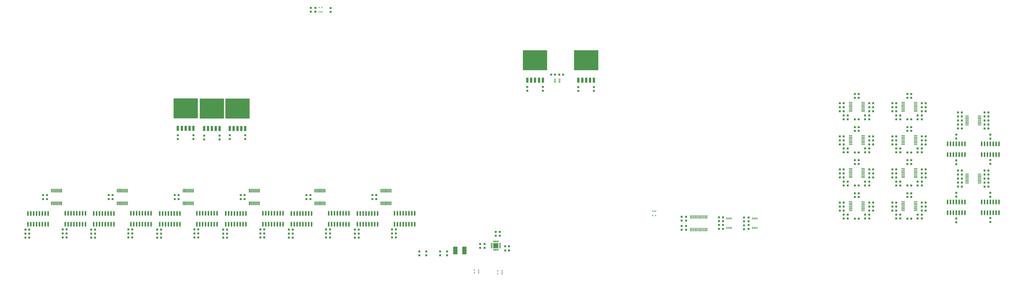
<source format=gbp>
G04*
G04 #@! TF.GenerationSoftware,Altium Limited,Altium Designer,18.1.6 (161)*
G04*
G04 Layer_Color=128*
%FSLAX25Y25*%
%MOIN*%
G70*
G01*
G75*
%ADD29R,0.03740X0.03740*%
%ADD30R,0.03740X0.03740*%
%ADD32R,0.07500X0.13500*%
%ADD35R,0.01654X0.03500*%
%ADD45O,0.02362X0.08661*%
%ADD53R,0.01181X0.06299*%
%ADD113R,0.01968X0.01575*%
%ADD114R,0.01575X0.01968*%
%ADD115R,0.04200X0.09000*%
%ADD116R,0.42000X0.35000*%
%ADD117R,0.06496X0.01181*%
%ADD118R,0.03347X0.01575*%
%ADD119R,0.09055X0.09055*%
%ADD120O,0.03740X0.01181*%
%ADD121O,0.01181X0.03740*%
%ADD122O,0.01181X0.06890*%
D29*
X1675347Y189500D02*
D03*
X1668653D02*
D03*
X1675347Y290500D02*
D03*
X1668653D02*
D03*
X1675347Y203500D02*
D03*
X1668653D02*
D03*
X1675347Y304500D02*
D03*
X1668653D02*
D03*
X1622654Y203500D02*
D03*
X1629346D02*
D03*
X1622654Y304500D02*
D03*
X1629346D02*
D03*
X1622654Y189500D02*
D03*
X1629346D02*
D03*
X1622654Y290500D02*
D03*
X1629346D02*
D03*
X844847Y71500D02*
D03*
X838153D02*
D03*
X844847Y79000D02*
D03*
X838153D02*
D03*
X1475663Y320500D02*
D03*
X1468970D02*
D03*
X1566663D02*
D03*
X1559970D02*
D03*
X1475663Y263000D02*
D03*
X1468970D02*
D03*
X1566663D02*
D03*
X1559970D02*
D03*
X1475663Y205500D02*
D03*
X1468970D02*
D03*
X1566663D02*
D03*
X1559970D02*
D03*
X1475663Y148000D02*
D03*
X1468970D02*
D03*
X1566663D02*
D03*
X1559970D02*
D03*
X1468970Y313500D02*
D03*
X1475663D02*
D03*
X1559970D02*
D03*
X1566663D02*
D03*
X1468970Y256000D02*
D03*
X1475663D02*
D03*
X1559970D02*
D03*
X1566663D02*
D03*
X1468970Y198500D02*
D03*
X1475663D02*
D03*
X1559970D02*
D03*
X1566663D02*
D03*
X1468970Y141000D02*
D03*
X1475663D02*
D03*
X1559970D02*
D03*
X1566663D02*
D03*
X1450663Y299500D02*
D03*
X1443970D02*
D03*
X1541663D02*
D03*
X1534970D02*
D03*
X1450663Y242000D02*
D03*
X1443970D02*
D03*
X1541663D02*
D03*
X1534970D02*
D03*
X1450663Y184500D02*
D03*
X1443970D02*
D03*
X1541663D02*
D03*
X1534970D02*
D03*
X1450663Y127000D02*
D03*
X1443970D02*
D03*
X1541663D02*
D03*
X1534970D02*
D03*
X1450663Y337000D02*
D03*
X1443970D02*
D03*
X1541663D02*
D03*
X1534970D02*
D03*
X1450663Y279500D02*
D03*
X1443970D02*
D03*
X1541663D02*
D03*
X1534970D02*
D03*
X1450663Y222000D02*
D03*
X1443970D02*
D03*
X1541663D02*
D03*
X1534970D02*
D03*
X1450663Y164500D02*
D03*
X1443970D02*
D03*
X1541663D02*
D03*
X1534970D02*
D03*
X1417970Y320500D02*
D03*
X1424663D02*
D03*
X1508970D02*
D03*
X1515663D02*
D03*
X1417970Y263000D02*
D03*
X1424663D02*
D03*
X1508970D02*
D03*
X1515663D02*
D03*
X1417970Y205500D02*
D03*
X1424663D02*
D03*
X1508970D02*
D03*
X1515663D02*
D03*
X1417970Y148000D02*
D03*
X1424663D02*
D03*
X1508970D02*
D03*
X1515663D02*
D03*
X1424663Y313500D02*
D03*
X1417970D02*
D03*
X1515663D02*
D03*
X1508970D02*
D03*
X1424663Y256000D02*
D03*
X1417970D02*
D03*
X1515663D02*
D03*
X1508970D02*
D03*
X1424663Y198500D02*
D03*
X1417970D02*
D03*
X1515663D02*
D03*
X1508970D02*
D03*
X1424663Y141000D02*
D03*
X1417970D02*
D03*
X1515663D02*
D03*
X1508970D02*
D03*
X1475663Y327500D02*
D03*
X1468970D02*
D03*
X1566663D02*
D03*
X1559970D02*
D03*
X1475663Y270000D02*
D03*
X1468970D02*
D03*
X1566663D02*
D03*
X1559970D02*
D03*
X1475663Y212500D02*
D03*
X1468970D02*
D03*
X1566663D02*
D03*
X1559970D02*
D03*
X1475663Y155000D02*
D03*
X1468970D02*
D03*
X1566663D02*
D03*
X1559970D02*
D03*
X1417970Y327500D02*
D03*
X1424663D02*
D03*
X1508970D02*
D03*
X1515663D02*
D03*
X1417970Y270000D02*
D03*
X1424663D02*
D03*
X1508970D02*
D03*
X1515663D02*
D03*
X1417970Y212500D02*
D03*
X1424663D02*
D03*
X1508970D02*
D03*
X1515663D02*
D03*
X1417970Y155000D02*
D03*
X1424663D02*
D03*
X1508970D02*
D03*
X1515663D02*
D03*
X1675347Y196500D02*
D03*
X1668653D02*
D03*
X1675347Y297500D02*
D03*
X1668653D02*
D03*
X1622654Y196500D02*
D03*
X1629346D02*
D03*
X1622654Y297500D02*
D03*
X1629346D02*
D03*
X1675347Y182500D02*
D03*
X1668653D02*
D03*
X1675347Y283500D02*
D03*
X1668653D02*
D03*
Y210500D02*
D03*
X1675347D02*
D03*
X1668653Y311500D02*
D03*
X1675347D02*
D03*
X1622654Y210500D02*
D03*
X1629346D02*
D03*
X1622654Y311500D02*
D03*
X1629346D02*
D03*
Y182500D02*
D03*
X1622654D02*
D03*
X1629346Y283500D02*
D03*
X1622654D02*
D03*
X71786Y94102D02*
D03*
X78479D02*
D03*
X185593D02*
D03*
X192286D02*
D03*
X299900D02*
D03*
X306593D02*
D03*
X414207D02*
D03*
X420900D02*
D03*
X528014D02*
D03*
X534707D02*
D03*
X642321D02*
D03*
X649014D02*
D03*
X7286Y94000D02*
D03*
X13979D02*
D03*
X121093D02*
D03*
X127786D02*
D03*
X235400D02*
D03*
X242093D02*
D03*
X349707D02*
D03*
X356400D02*
D03*
X463514D02*
D03*
X470207D02*
D03*
X577821D02*
D03*
X584514D02*
D03*
X71786Y101102D02*
D03*
X78479D02*
D03*
X185593D02*
D03*
X192286D02*
D03*
X299900D02*
D03*
X306593D02*
D03*
X414207D02*
D03*
X420900D02*
D03*
X528014D02*
D03*
X534707D02*
D03*
X642321D02*
D03*
X649014D02*
D03*
X7286Y101000D02*
D03*
X13979D02*
D03*
X121093D02*
D03*
X127786D02*
D03*
X235400D02*
D03*
X242093D02*
D03*
X349707D02*
D03*
X356400D02*
D03*
X463514D02*
D03*
X470207D02*
D03*
X577821D02*
D03*
X584514D02*
D03*
X71786Y108102D02*
D03*
X78479D02*
D03*
X185593D02*
D03*
X192286D02*
D03*
X299900D02*
D03*
X306593D02*
D03*
X414207D02*
D03*
X420900D02*
D03*
X528014D02*
D03*
X534707D02*
D03*
X642321D02*
D03*
X649014D02*
D03*
X7286Y108000D02*
D03*
X13979D02*
D03*
X121093D02*
D03*
X127786D02*
D03*
X235400D02*
D03*
X242093D02*
D03*
X349707D02*
D03*
X356400D02*
D03*
X463514D02*
D03*
X470207D02*
D03*
X577821D02*
D03*
X584514D02*
D03*
X37786Y168000D02*
D03*
X44479D02*
D03*
X151593D02*
D03*
X158286D02*
D03*
X265900D02*
D03*
X272593D02*
D03*
X380207D02*
D03*
X386900D02*
D03*
X494014D02*
D03*
X500707D02*
D03*
X608321D02*
D03*
X615014D02*
D03*
X37786Y161000D02*
D03*
X44479D02*
D03*
X151593D02*
D03*
X158286D02*
D03*
X265900D02*
D03*
X272593D02*
D03*
X380207D02*
D03*
X386900D02*
D03*
X494014D02*
D03*
X500707D02*
D03*
X608321D02*
D03*
X615014D02*
D03*
X917965Y377153D02*
D03*
X924658D02*
D03*
X938657D02*
D03*
X931965D02*
D03*
X1443970Y343500D02*
D03*
X1450663D02*
D03*
X1534970D02*
D03*
X1541663D02*
D03*
X1443970Y286000D02*
D03*
X1450663D02*
D03*
X1534970D02*
D03*
X1541663D02*
D03*
X1443970Y228500D02*
D03*
X1450663D02*
D03*
X1534970D02*
D03*
X1541663D02*
D03*
X1443970Y171000D02*
D03*
X1450663D02*
D03*
X1534970D02*
D03*
X1541663D02*
D03*
D30*
X829000Y103847D02*
D03*
Y97154D02*
D03*
X501400Y486654D02*
D03*
Y493347D02*
D03*
X535685Y486307D02*
D03*
Y493000D02*
D03*
X1461663Y299654D02*
D03*
Y306347D02*
D03*
X1552663Y299654D02*
D03*
Y306347D02*
D03*
X1461663Y242154D02*
D03*
Y248847D02*
D03*
X1552663Y242154D02*
D03*
Y248847D02*
D03*
X1461663Y184653D02*
D03*
Y191347D02*
D03*
X1552663Y184653D02*
D03*
Y191347D02*
D03*
X1461663Y127154D02*
D03*
Y133846D02*
D03*
X1552663Y127154D02*
D03*
Y133846D02*
D03*
X1424663Y299654D02*
D03*
Y306347D02*
D03*
X1515663Y299654D02*
D03*
Y306347D02*
D03*
X1424663Y242154D02*
D03*
Y248847D02*
D03*
X1515663Y242154D02*
D03*
Y248847D02*
D03*
X1424663Y184653D02*
D03*
Y191347D02*
D03*
X1515663Y184653D02*
D03*
Y191347D02*
D03*
X1424663Y127154D02*
D03*
Y133846D02*
D03*
X1515663Y127154D02*
D03*
Y133846D02*
D03*
X1678500Y121153D02*
D03*
Y127847D02*
D03*
Y222153D02*
D03*
Y228847D02*
D03*
Y171693D02*
D03*
Y165000D02*
D03*
Y272693D02*
D03*
Y266000D02*
D03*
X1619500Y120653D02*
D03*
Y127347D02*
D03*
Y221654D02*
D03*
Y228346D02*
D03*
Y171846D02*
D03*
Y165154D02*
D03*
Y272847D02*
D03*
Y266154D02*
D03*
X822000Y97154D02*
D03*
Y103847D02*
D03*
X795000Y76153D02*
D03*
Y82846D02*
D03*
X802500Y76153D02*
D03*
Y82846D02*
D03*
X991788Y348807D02*
D03*
Y355500D02*
D03*
X298141Y265154D02*
D03*
Y271847D02*
D03*
X964988Y348807D02*
D03*
Y355500D02*
D03*
X271341Y265154D02*
D03*
Y271847D02*
D03*
X316700Y264653D02*
D03*
Y271346D02*
D03*
X343500Y264653D02*
D03*
Y271346D02*
D03*
X876602Y349153D02*
D03*
Y355847D02*
D03*
X361197Y265307D02*
D03*
Y272000D02*
D03*
X903402Y349153D02*
D03*
Y355847D02*
D03*
X388000Y265307D02*
D03*
Y272000D02*
D03*
X1252000Y122153D02*
D03*
Y128847D02*
D03*
X1260000Y115847D02*
D03*
Y109153D02*
D03*
Y122153D02*
D03*
Y128847D02*
D03*
X1252000Y115347D02*
D03*
Y108653D02*
D03*
X1208500Y122653D02*
D03*
Y129347D02*
D03*
Y115847D02*
D03*
Y109153D02*
D03*
X1215500Y122653D02*
D03*
Y129347D02*
D03*
Y115847D02*
D03*
Y109153D02*
D03*
X1144000Y123653D02*
D03*
Y130347D02*
D03*
Y114347D02*
D03*
Y107653D02*
D03*
X1151500Y123653D02*
D03*
Y130347D02*
D03*
Y114347D02*
D03*
Y107653D02*
D03*
X737500Y69890D02*
D03*
Y63197D02*
D03*
X725500Y69890D02*
D03*
Y63197D02*
D03*
X701500Y69890D02*
D03*
Y63197D02*
D03*
X689500Y69890D02*
D03*
Y63197D02*
D03*
X509400Y493347D02*
D03*
Y486654D02*
D03*
X1468970Y306347D02*
D03*
Y299654D02*
D03*
X1559970Y306347D02*
D03*
Y299654D02*
D03*
X1468970Y248847D02*
D03*
Y242154D02*
D03*
X1559970Y248847D02*
D03*
Y242154D02*
D03*
X1468970Y191347D02*
D03*
Y184653D02*
D03*
X1559970Y191347D02*
D03*
Y184653D02*
D03*
X1468970Y133846D02*
D03*
Y127154D02*
D03*
X1559970Y133846D02*
D03*
Y127154D02*
D03*
X1431663Y306347D02*
D03*
Y299654D02*
D03*
X1522663Y306347D02*
D03*
Y299654D02*
D03*
X1431663Y248847D02*
D03*
Y242154D02*
D03*
X1522663Y248847D02*
D03*
Y242154D02*
D03*
X1431663Y191347D02*
D03*
Y184653D02*
D03*
X1522663Y191347D02*
D03*
Y184653D02*
D03*
X1431663Y133846D02*
D03*
Y127154D02*
D03*
X1522663Y133846D02*
D03*
Y127154D02*
D03*
D32*
X767500Y71500D02*
D03*
X752004D02*
D03*
D35*
X1266500Y127287D02*
D03*
Y110711D02*
D03*
X1269059D02*
D03*
X1271618D02*
D03*
X1274177D02*
D03*
X1269059Y127287D02*
D03*
X1271618D02*
D03*
X1274177D02*
D03*
X1222000D02*
D03*
Y110711D02*
D03*
X1224559D02*
D03*
X1227118D02*
D03*
X1229677D02*
D03*
X1224559Y127287D02*
D03*
X1227118D02*
D03*
X1229677D02*
D03*
D45*
X1634500Y238102D02*
D03*
X1629500D02*
D03*
X1624500D02*
D03*
X1619500D02*
D03*
X1614500D02*
D03*
X1609500D02*
D03*
X1604500D02*
D03*
X1634500Y257000D02*
D03*
X1629500D02*
D03*
X1624500D02*
D03*
X1619500D02*
D03*
X1614500D02*
D03*
X1609500D02*
D03*
X1604500D02*
D03*
X1634500Y137102D02*
D03*
X1629500D02*
D03*
X1624500D02*
D03*
X1619500D02*
D03*
X1614500D02*
D03*
X1609500D02*
D03*
X1604500D02*
D03*
X1634500Y156000D02*
D03*
X1629500D02*
D03*
X1624500D02*
D03*
X1619500D02*
D03*
X1614500D02*
D03*
X1609500D02*
D03*
X1604500D02*
D03*
X1693500Y238102D02*
D03*
X1688500D02*
D03*
X1683500D02*
D03*
X1678500D02*
D03*
X1673500D02*
D03*
X1668500D02*
D03*
X1663500D02*
D03*
X1693500Y257000D02*
D03*
X1688500D02*
D03*
X1683500D02*
D03*
X1678500D02*
D03*
X1673500D02*
D03*
X1668500D02*
D03*
X1663500D02*
D03*
X1693500Y137102D02*
D03*
X1688500D02*
D03*
X1683500D02*
D03*
X1678500D02*
D03*
X1673500D02*
D03*
X1668500D02*
D03*
X1663500D02*
D03*
X1693500Y156000D02*
D03*
X1688500D02*
D03*
X1683500D02*
D03*
X1678500D02*
D03*
X1673500D02*
D03*
X1668500D02*
D03*
X1663500D02*
D03*
X11632Y135949D02*
D03*
X16632D02*
D03*
X21632D02*
D03*
X26632D02*
D03*
X31632D02*
D03*
X36632D02*
D03*
X41632D02*
D03*
X46632D02*
D03*
X11632Y117051D02*
D03*
X16632D02*
D03*
X21632D02*
D03*
X26632D02*
D03*
X31632D02*
D03*
X36632D02*
D03*
X41632D02*
D03*
X46632D02*
D03*
X111132Y117205D02*
D03*
X106132D02*
D03*
X101132D02*
D03*
X96132D02*
D03*
X91132D02*
D03*
X86132D02*
D03*
X81132D02*
D03*
X76132D02*
D03*
X111132Y136102D02*
D03*
X106132D02*
D03*
X101132D02*
D03*
X96132D02*
D03*
X91132D02*
D03*
X86132D02*
D03*
X81132D02*
D03*
X76132D02*
D03*
X160439Y117051D02*
D03*
X155439D02*
D03*
X150439D02*
D03*
X145439D02*
D03*
X140439D02*
D03*
X135439D02*
D03*
X130439D02*
D03*
X125439D02*
D03*
X160439Y135949D02*
D03*
X155439D02*
D03*
X150439D02*
D03*
X145439D02*
D03*
X140439D02*
D03*
X135439D02*
D03*
X130439D02*
D03*
X125439D02*
D03*
X502861Y117051D02*
D03*
X497861D02*
D03*
X492861D02*
D03*
X487861D02*
D03*
X482861D02*
D03*
X477861D02*
D03*
X472861D02*
D03*
X467861D02*
D03*
X502861Y135949D02*
D03*
X497861D02*
D03*
X492861D02*
D03*
X487861D02*
D03*
X482861D02*
D03*
X477861D02*
D03*
X472861D02*
D03*
X467861D02*
D03*
X224939Y117205D02*
D03*
X219939D02*
D03*
X214939D02*
D03*
X209939D02*
D03*
X204939D02*
D03*
X199939D02*
D03*
X194939D02*
D03*
X189939D02*
D03*
X224939Y136102D02*
D03*
X219939D02*
D03*
X214939D02*
D03*
X209939D02*
D03*
X204939D02*
D03*
X199939D02*
D03*
X194939D02*
D03*
X189939D02*
D03*
X274746Y117051D02*
D03*
X269746D02*
D03*
X264746D02*
D03*
X259747D02*
D03*
X254747D02*
D03*
X249746D02*
D03*
X244746D02*
D03*
X239746D02*
D03*
X274746Y135949D02*
D03*
X269746D02*
D03*
X264746D02*
D03*
X259747D02*
D03*
X254747D02*
D03*
X249746D02*
D03*
X244746D02*
D03*
X239746D02*
D03*
X339247Y117205D02*
D03*
X334246D02*
D03*
X329246D02*
D03*
X324247D02*
D03*
X319247D02*
D03*
X314247D02*
D03*
X309246D02*
D03*
X304246D02*
D03*
X339247Y136102D02*
D03*
X334246D02*
D03*
X329246D02*
D03*
X324247D02*
D03*
X319247D02*
D03*
X314247D02*
D03*
X309246D02*
D03*
X304246D02*
D03*
X389054Y117051D02*
D03*
X384053D02*
D03*
X379053D02*
D03*
X374054D02*
D03*
X369054D02*
D03*
X364054D02*
D03*
X359053D02*
D03*
X354053D02*
D03*
X389054Y135949D02*
D03*
X384053D02*
D03*
X379053D02*
D03*
X374054D02*
D03*
X369054D02*
D03*
X364054D02*
D03*
X359053D02*
D03*
X354053D02*
D03*
X453553Y117205D02*
D03*
X448554D02*
D03*
X443553D02*
D03*
X438553D02*
D03*
X433554D02*
D03*
X428553D02*
D03*
X423554D02*
D03*
X418553D02*
D03*
X453553Y136102D02*
D03*
X448554D02*
D03*
X443553D02*
D03*
X438553D02*
D03*
X433554D02*
D03*
X428553D02*
D03*
X423554D02*
D03*
X418553D02*
D03*
X567361Y117205D02*
D03*
X562361D02*
D03*
X557361D02*
D03*
X552361D02*
D03*
X547361D02*
D03*
X542361D02*
D03*
X537361D02*
D03*
X532361D02*
D03*
X567361Y136102D02*
D03*
X562361D02*
D03*
X557361D02*
D03*
X552361D02*
D03*
X547361D02*
D03*
X542361D02*
D03*
X537361D02*
D03*
X532361D02*
D03*
X617168Y117051D02*
D03*
X612168D02*
D03*
X607168D02*
D03*
X602168D02*
D03*
X597168D02*
D03*
X592168D02*
D03*
X587168D02*
D03*
X582168D02*
D03*
X617168Y135949D02*
D03*
X612168D02*
D03*
X607168D02*
D03*
X602168D02*
D03*
X597168D02*
D03*
X592168D02*
D03*
X587168D02*
D03*
X582168D02*
D03*
X681668Y117205D02*
D03*
X676668D02*
D03*
X671668D02*
D03*
X666668D02*
D03*
X661668D02*
D03*
X656668D02*
D03*
X651668D02*
D03*
X646668D02*
D03*
X681668Y136102D02*
D03*
X676668D02*
D03*
X671668D02*
D03*
X666668D02*
D03*
X661668D02*
D03*
X656668D02*
D03*
X651668D02*
D03*
X646668D02*
D03*
D53*
X1159425Y130024D02*
D03*
X1161984D02*
D03*
X1164543D02*
D03*
X1167102D02*
D03*
X1169661D02*
D03*
X1172221D02*
D03*
X1174780D02*
D03*
X1177339D02*
D03*
X1179898D02*
D03*
X1182457D02*
D03*
X1185016D02*
D03*
X1187575D02*
D03*
X1159425Y107976D02*
D03*
X1161984D02*
D03*
X1164543D02*
D03*
X1167102D02*
D03*
X1169661D02*
D03*
X1172221D02*
D03*
X1174780D02*
D03*
X1177339D02*
D03*
X1179898D02*
D03*
X1182457D02*
D03*
X1185016D02*
D03*
X1187575D02*
D03*
D113*
X825260Y36059D02*
D03*
Y30941D02*
D03*
X832740Y36059D02*
D03*
Y33500D02*
D03*
Y30941D02*
D03*
X784760Y37559D02*
D03*
Y32441D02*
D03*
X792240Y37559D02*
D03*
Y35000D02*
D03*
Y32441D02*
D03*
D114*
X1093859Y132260D02*
D03*
X1098977D02*
D03*
X1093859Y139740D02*
D03*
X1096418D02*
D03*
X1098977D02*
D03*
X520959Y493740D02*
D03*
X515841D02*
D03*
X520959Y486260D02*
D03*
X518400D02*
D03*
X515841D02*
D03*
D115*
X330100Y283565D02*
D03*
X323400D02*
D03*
X316700D02*
D03*
X336800D02*
D03*
X343500D02*
D03*
X991788Y367653D02*
D03*
X985088D02*
D03*
X964988D02*
D03*
X971688D02*
D03*
X978388D02*
D03*
X298141Y284000D02*
D03*
X291441D02*
D03*
X271341D02*
D03*
X278041D02*
D03*
X284741D02*
D03*
X903402Y367653D02*
D03*
X896702D02*
D03*
X876602D02*
D03*
X883302D02*
D03*
X890002D02*
D03*
X388000Y283565D02*
D03*
X381300D02*
D03*
X361200D02*
D03*
X367900D02*
D03*
X374600D02*
D03*
D116*
X330100Y318065D02*
D03*
X978388Y402153D02*
D03*
X284741Y318500D02*
D03*
X890002Y402153D02*
D03*
X374600Y318065D02*
D03*
D117*
X1436392Y313358D02*
D03*
Y315917D02*
D03*
Y318476D02*
D03*
Y321035D02*
D03*
Y323594D02*
D03*
Y326153D02*
D03*
Y328712D02*
D03*
X1458242Y313358D02*
D03*
Y315917D02*
D03*
Y318476D02*
D03*
Y321035D02*
D03*
Y323594D02*
D03*
Y326153D02*
D03*
Y328712D02*
D03*
X1436392Y255858D02*
D03*
Y258417D02*
D03*
Y260976D02*
D03*
Y263535D02*
D03*
Y266094D02*
D03*
Y268653D02*
D03*
Y271212D02*
D03*
X1458242Y255858D02*
D03*
Y258417D02*
D03*
Y260976D02*
D03*
Y263535D02*
D03*
Y266094D02*
D03*
Y268653D02*
D03*
Y271212D02*
D03*
X1436392Y198358D02*
D03*
Y200917D02*
D03*
Y203476D02*
D03*
Y206035D02*
D03*
Y208594D02*
D03*
Y211153D02*
D03*
Y213712D02*
D03*
X1458242Y198358D02*
D03*
Y200917D02*
D03*
Y203476D02*
D03*
Y206035D02*
D03*
Y208594D02*
D03*
Y211153D02*
D03*
Y213712D02*
D03*
X1436392Y140858D02*
D03*
Y143417D02*
D03*
Y145976D02*
D03*
Y148535D02*
D03*
Y151094D02*
D03*
Y153653D02*
D03*
Y156212D02*
D03*
X1458242Y140858D02*
D03*
Y143417D02*
D03*
Y145976D02*
D03*
Y148535D02*
D03*
Y151094D02*
D03*
Y153653D02*
D03*
Y156212D02*
D03*
X1527392Y313358D02*
D03*
Y315917D02*
D03*
Y318476D02*
D03*
Y321035D02*
D03*
Y323594D02*
D03*
Y326153D02*
D03*
Y328712D02*
D03*
X1549242Y313358D02*
D03*
Y315917D02*
D03*
Y318476D02*
D03*
Y321035D02*
D03*
Y323594D02*
D03*
Y326153D02*
D03*
Y328712D02*
D03*
X1527392Y255858D02*
D03*
Y258417D02*
D03*
Y260976D02*
D03*
Y263535D02*
D03*
Y266094D02*
D03*
Y268653D02*
D03*
Y271212D02*
D03*
X1549242Y255858D02*
D03*
Y258417D02*
D03*
Y260976D02*
D03*
Y263535D02*
D03*
Y266094D02*
D03*
Y268653D02*
D03*
Y271212D02*
D03*
X1527392Y198358D02*
D03*
Y200917D02*
D03*
Y203476D02*
D03*
Y206035D02*
D03*
Y208594D02*
D03*
Y211153D02*
D03*
Y213712D02*
D03*
X1549242Y198358D02*
D03*
Y200917D02*
D03*
Y203476D02*
D03*
Y206035D02*
D03*
Y208594D02*
D03*
Y211153D02*
D03*
Y213712D02*
D03*
X1527392Y140858D02*
D03*
Y143417D02*
D03*
Y145976D02*
D03*
Y148535D02*
D03*
Y151094D02*
D03*
Y153653D02*
D03*
Y156212D02*
D03*
X1549242Y140858D02*
D03*
Y143417D02*
D03*
Y145976D02*
D03*
Y148535D02*
D03*
Y151094D02*
D03*
Y153653D02*
D03*
Y156212D02*
D03*
X1638075Y289874D02*
D03*
Y292433D02*
D03*
Y294992D02*
D03*
Y297551D02*
D03*
Y300110D02*
D03*
Y302669D02*
D03*
Y305228D02*
D03*
X1659925Y289874D02*
D03*
Y292433D02*
D03*
Y294992D02*
D03*
Y297551D02*
D03*
Y300110D02*
D03*
Y302669D02*
D03*
Y305228D02*
D03*
X1638075Y188874D02*
D03*
Y191433D02*
D03*
Y193992D02*
D03*
Y196551D02*
D03*
Y199110D02*
D03*
Y201669D02*
D03*
Y204228D02*
D03*
X1659925Y188874D02*
D03*
Y191433D02*
D03*
Y193992D02*
D03*
Y196551D02*
D03*
Y199110D02*
D03*
Y201669D02*
D03*
Y204228D02*
D03*
D118*
X924571Y369213D02*
D03*
Y366653D02*
D03*
Y364094D02*
D03*
X932051D02*
D03*
Y366653D02*
D03*
Y369213D02*
D03*
D119*
X822000Y80000D02*
D03*
D120*
X829185Y76063D02*
D03*
Y78031D02*
D03*
Y80000D02*
D03*
Y81968D02*
D03*
Y83937D02*
D03*
X814815D02*
D03*
Y81968D02*
D03*
Y80000D02*
D03*
Y78031D02*
D03*
Y76063D02*
D03*
D121*
X825937Y87185D02*
D03*
X823969D02*
D03*
X822000D02*
D03*
X820032D02*
D03*
X818063D02*
D03*
Y72815D02*
D03*
X820032D02*
D03*
X822000D02*
D03*
X823969D02*
D03*
X825937D02*
D03*
D122*
X394695Y175425D02*
D03*
X396664D02*
D03*
X398632D02*
D03*
X400601D02*
D03*
X402569D02*
D03*
X404538D02*
D03*
X406506D02*
D03*
X408475D02*
D03*
X410443D02*
D03*
X412412D02*
D03*
X394695Y153575D02*
D03*
X396664D02*
D03*
X398632D02*
D03*
X400601D02*
D03*
X402569D02*
D03*
X404538D02*
D03*
X406506D02*
D03*
X408475D02*
D03*
X410443D02*
D03*
X412412D02*
D03*
X622809Y175425D02*
D03*
X624778D02*
D03*
X626746D02*
D03*
X628715D02*
D03*
X630683D02*
D03*
X632652D02*
D03*
X634620D02*
D03*
X636589D02*
D03*
X638557D02*
D03*
X640526D02*
D03*
X622809Y153575D02*
D03*
X624778D02*
D03*
X626746D02*
D03*
X628715D02*
D03*
X630683D02*
D03*
X632652D02*
D03*
X634620D02*
D03*
X636589D02*
D03*
X638557D02*
D03*
X640526D02*
D03*
X508502Y175425D02*
D03*
X510471D02*
D03*
X512439D02*
D03*
X514408D02*
D03*
X516376D02*
D03*
X518345D02*
D03*
X520313D02*
D03*
X522282D02*
D03*
X524250D02*
D03*
X526219D02*
D03*
X508502Y153575D02*
D03*
X510471D02*
D03*
X512439D02*
D03*
X514408D02*
D03*
X516376D02*
D03*
X518345D02*
D03*
X520313D02*
D03*
X522282D02*
D03*
X524250D02*
D03*
X526219D02*
D03*
X280388Y175425D02*
D03*
X282357D02*
D03*
X284325D02*
D03*
X286294D02*
D03*
X288262D02*
D03*
X290231D02*
D03*
X292199D02*
D03*
X294168D02*
D03*
X296136D02*
D03*
X298105D02*
D03*
X280388Y153575D02*
D03*
X282357D02*
D03*
X284325D02*
D03*
X286294D02*
D03*
X288262D02*
D03*
X290231D02*
D03*
X292199D02*
D03*
X294168D02*
D03*
X296136D02*
D03*
X298105D02*
D03*
X52274Y175425D02*
D03*
X54242D02*
D03*
X56211D02*
D03*
X58179D02*
D03*
X60148D02*
D03*
X62116D02*
D03*
X64085D02*
D03*
X66054D02*
D03*
X68022D02*
D03*
X69991D02*
D03*
X52274Y153575D02*
D03*
X54242D02*
D03*
X56211D02*
D03*
X58179D02*
D03*
X60148D02*
D03*
X62116D02*
D03*
X64085D02*
D03*
X66054D02*
D03*
X68022D02*
D03*
X69991D02*
D03*
X166081Y175425D02*
D03*
X168050D02*
D03*
X170018D02*
D03*
X171987D02*
D03*
X173955D02*
D03*
X175924D02*
D03*
X177892D02*
D03*
X179861D02*
D03*
X181829D02*
D03*
X183798D02*
D03*
X166081Y153575D02*
D03*
X168050D02*
D03*
X170018D02*
D03*
X171987D02*
D03*
X173955D02*
D03*
X175924D02*
D03*
X177892D02*
D03*
X179861D02*
D03*
X181829D02*
D03*
X183798D02*
D03*
M02*

</source>
